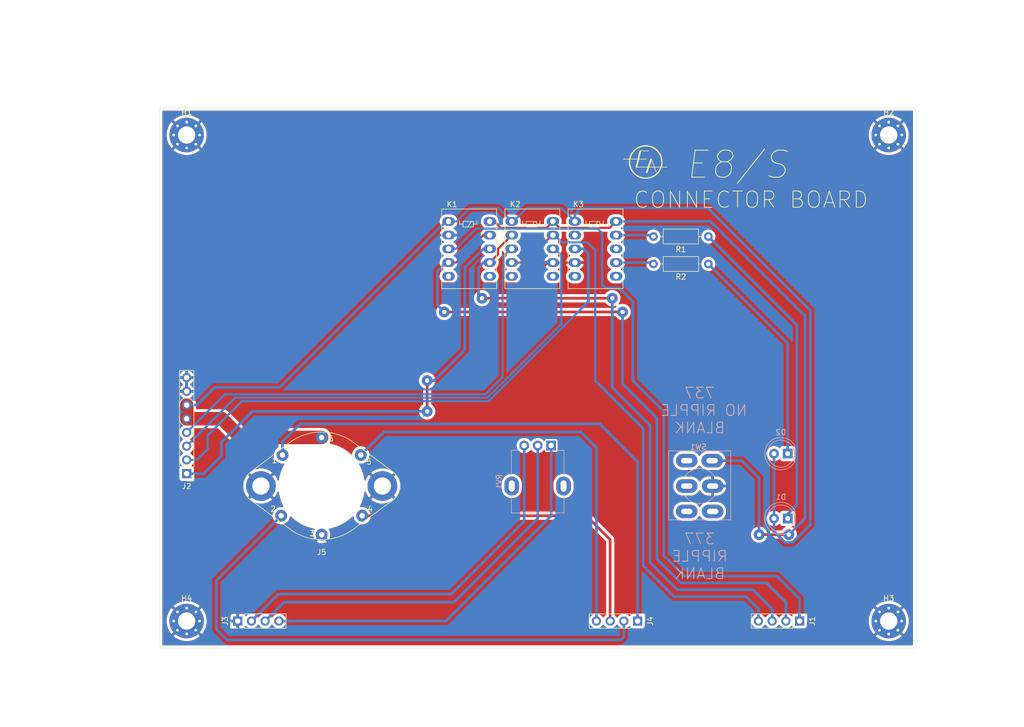
<source format=kicad_pcb>
(kicad_pcb (version 20211014) (generator pcbnew)
  (layers (0 "F.Cu" signal) (31 "B.Cu" signal) (34 "B.Paste" user) (35 "F.Paste" user) (36 "B.SilkS" user "B.Silkscreen") (37 "F.SilkS" user "F.Silkscreen") (38 "B.Mask" user) (39 "F.Mask" user) (44 "Edge.Cuts" user))
  (net 0 "")
  (net 1 "+5V")
  (net 2 "Net-(D1-Pad1)")
  (net 3 "Net-(D2-Pad1)")
  (net 4 "OH")
  (net 5 "OG")
  (net 6 "OF")
  (net 7 "A2B")
  (net 8 "GND")
  (net 9 "A1C")
  (net 10 "A2C")
  (net 11 "~{RBI}")
  (net 12 "A0C")
  (net 13 "Net-(J3-Pad3)")
  (net 14 "Net-(J3-Pad2)")
  (net 15 "~{FLAG_RESET}")
  (net 16 "~{FLAG}")
  (net 17 "~{DATA}")
  (net 18 "~{CLOCK}")
  (net 19 "Net-(K3-Pad9)")
  (net 20 "Net-(SW1-Pad1)")
  (net 21 "Net-(J3-Pad4)")
  (net 22 "Net-(K1-Pad10)")
  (net 23 "Net-(K3-Pad7)")
  (net 24 "Net-(K3-Pad2)")
  (footprint "Connector_PinHeader_2.54mm:PinHeader_1x04_P2.54mm_Vertical" (layer "F.Cu") (at 178.5 135 -90)
    (fp_text reference "J1" (at 0 -2.33 90) (layer "F.SilkS"))
    (fp_text value "Conn_01x04_Male")
    (fp_line (start -1.33 0) (end -1.33 -1.33) (layer "F.SilkS") (width 0.12))
    (fp_line (start -1.33 1.27) (end 1.33 1.27) (layer "F.SilkS") (width 0.12))
    (fp_line (start -1.33 -1.33) (end 0 -1.33) (layer "F.SilkS") (width 0.12))
    (fp_line (start -1.33 1.27) (end -1.33 8.95) (layer "F.SilkS") (width 0.12))
    (fp_line (start -1.33 8.95) (end 1.33 8.95) (layer "F.SilkS") (width 0.12))
    (fp_line (start 1.33 1.27) (end 1.33 8.95) (layer "F.SilkS") (width 0.12))
    (pad "1" thru_hole rect locked (at 0 0 270) (size 1.7 1.7) (drill 1) (layers *.Cu *.Mask) (net 7 "A2B"))
    (pad "2" thru_hole oval locked (at 0 2.54 270) (size 1.7 1.7) (drill 1) (layers *.Cu *.Mask) (net 6 "OF"))
    (pad "3" thru_hole oval locked (at 0 5.08 270) (size 1.7 1.7) (drill 1) (layers *.Cu *.Mask) (net 5 "OG"))
    (pad "4" thru_hole oval locked (at 0 7.62 270) (size 1.7 1.7) (drill 1) (layers *.Cu *.Mask) (net 4 "OH"))
  )
  (footprint "Connector_PinHeader_2.54mm:PinHeader_1x08_P2.54mm_Vertical" (layer "F.Cu") (at 65 107.7 180)
    (fp_text reference "J2" (at 0 -2.33) (layer "F.SilkS"))
    (fp_text value "Conn_01x08_Male")
    (fp_line (start 1.33 1.27) (end 1.33 19.11) (layer "F.SilkS") (width 0.12))
    (fp_line (start -1.33 19.11) (end 1.33 19.11) (layer "F.SilkS") (width 0.12))
    (fp_line (start -1.33 0) (end -1.33 -1.33) (layer "F.SilkS") (width 0.12))
    (fp_line (start -1.33 1.27) (end -1.33 19.11) (layer "F.SilkS") (width 0.12))
    (fp_line (start -1.33 -1.33) (end 0 -1.33) (layer "F.SilkS") (width 0.12))
    (fp_line (start -1.33 1.27) (end 1.33 1.27) (layer "F.SilkS") (width 0.12))
    (pad "1" thru_hole rect locked (at 0 0 180) (size 1.7 1.7) (drill 1) (layers *.Cu *.Mask) (net 12 "A0C"))
    (pad "2" thru_hole oval locked (at 0 2.54 180) (size 1.7 1.7) (drill 1) (layers *.Cu *.Mask) (net 11 "~{RBI}"))
    (pad "3" thru_hole oval locked (at 0 5.08 180) (size 1.7 1.7) (drill 1) (layers *.Cu *.Mask) (net 10 "A2C"))
    (pad "4" thru_hole oval locked (at 0 7.62 180) (size 1.7 1.7) (drill 1) (layers *.Cu *.Mask) (net 9 "A1C"))
    (pad "5" thru_hole oval locked (at 0 10.16 180) (size 1.7 1.7) (drill 1) (layers *.Cu *.Mask) (net 1 "+5V"))
    (pad "6" thru_hole oval locked (at 0 12.7 180) (size 1.7 1.7) (drill 1) (layers *.Cu *.Mask) (net 1 "+5V"))
    (pad "7" thru_hole oval locked (at 0 15.24 180) (size 1.7 1.7) (drill 1) (layers *.Cu *.Mask) (net 8 "GND"))
    (pad "8" thru_hole oval locked (at 0 17.78 180) (size 1.7 1.7) (drill 1) (layers *.Cu *.Mask) (net 8 "GND"))
  )
  (footprint "Connector_PinHeader_2.54mm:PinHeader_1x04_P2.54mm_Vertical" (layer "F.Cu") (at 74.46 135 90)
    (fp_text reference "J3" (at 0 -2.33 90) (layer "F.SilkS"))
    (fp_text value "Conn_01x04_Male")
    (fp_line (start -1.33 -1.33) (end 0 -1.33) (layer "F.SilkS") (width 0.12))
    (fp_line (start -1.33 1.27) (end 1.33 1.27) (layer "F.SilkS") (width 0.12))
    (fp_line (start 1.33 1.27) (end 1.33 8.95) (layer "F.SilkS") (width 0.12))
    (fp_line (start -1.33 1.27) (end -1.33 8.95) (layer "F.SilkS") (width 0.12))
    (fp_line (start -1.33 8.95) (end 1.33 8.95) (layer "F.SilkS") (width 0.12))
    (fp_line (start -1.33 0) (end -1.33 -1.33) (layer "F.SilkS") (width 0.12))
    (pad "1" thru_hole rect locked (at 0 0 90) (size 1.7 1.7) (drill 1) (layers *.Cu *.Mask) (net 8 "GND"))
    (pad "2" thru_hole oval locked (at 0 2.54 90) (size 1.7 1.7) (drill 1) (layers *.Cu *.Mask) (net 14 "Net-(J3-Pad2)"))
    (pad "3" thru_hole oval locked (at 0 5.08 90) (size 1.7 1.7) (drill 1) (layers *.Cu *.Mask) (net 13 "Net-(J3-Pad3)"))
    (pad "4" thru_hole oval locked (at 0 7.62 90) (size 1.7 1.7) (drill 1) (layers *.Cu *.Mask) (net 21 "Net-(J3-Pad4)"))
  )
  (footprint "Connector_PinHeader_2.54mm:PinHeader_1x04_P2.54mm_Vertical" (layer "F.Cu") (at 148.5 135 -90)
    (fp_text reference "J4" (at 0 -2.33 90) (layer "F.SilkS"))
    (fp_text value "Conn_01x04_Male")
    (fp_line (start -1.33 8.95) (end 1.33 8.95) (layer "F.SilkS") (width 0.12))
    (fp_line (start -1.33 1.27) (end 1.33 1.27) (layer "F.SilkS") (width 0.12))
    (fp_line (start -1.33 1.27) (end -1.33 8.95) (layer "F.SilkS") (width 0.12))
    (fp_line (start -1.33 0) (end -1.33 -1.33) (layer "F.SilkS") (width 0.12))
    (fp_line (start 1.33 1.27) (end 1.33 8.95) (layer "F.SilkS") (width 0.12))
    (fp_line (start -1.33 -1.33) (end 0 -1.33) (layer "F.SilkS") (width 0.12))
    (pad "1" thru_hole rect locked (at 0 0 270) (size 1.7 1.7) (drill 1) (layers *.Cu *.Mask) (net 18 "~{CLOCK}"))
    (pad "2" thru_hole oval locked (at 0 2.54 270) (size 1.7 1.7) (drill 1) (layers *.Cu *.Mask) (net 17 "~{DATA}"))
    (pad "3" thru_hole oval locked (at 0 5.08 270) (size 1.7 1.7) (drill 1) (layers *.Cu *.Mask) (net 16 "~{FLAG}"))
    (pad "4" thru_hole oval locked (at 0 7.62 270) (size 1.7 1.7) (drill 1) (layers *.Cu *.Mask) (net 15 "~{FLAG_RESET}"))
  )
  (footprint "Resistor_THT:R_Axial_DIN0207_L6.3mm_D2.5mm_P10.16mm_Horizontal" (layer "F.Cu") (at 161.6 63.8 180)
    (fp_text reference "R1" (at 5.08 -2.37) (layer "F.SilkS"))
    (fp_text value "R")
    (fp_line (start 1.04 0) (end 1.81 0) (layer "F.SilkS") (width 0.12))
    (fp_line (start 8.35 -1.37) (end 1.81 -1.37) (layer "F.SilkS") (width 0.12))
    (fp_line (start 9.12 0) (end 8.35 0) (layer "F.SilkS") (width 0.12))
    (fp_line (start 8.35 1.37) (end 8.35 -1.37) (layer "F.SilkS") (width 0.12))
    (fp_line (start 1.81 -1.37) (end 1.81 1.37) (layer "F.SilkS") (width 0.12))
    (fp_line (start 1.81 1.37) (end 8.35 1.37) (layer "F.SilkS") (width 0.12))
    (pad "1" thru_hole circle locked (at 0 0 180) (size 1.6 1.6) (drill 0.8) (layers *.Cu *.Mask) (net 2 "Net-(D1-Pad1)"))
    (pad "2" thru_hole oval locked (at 10.16 0 180) (size 1.6 1.6) (drill 0.8) (layers *.Cu *.Mask) (net 19 "Net-(K3-Pad9)"))
  )
  (footprint "Resistor_THT:R_Axial_DIN0207_L6.3mm_D2.5mm_P10.16mm_Horizontal" (layer "F.Cu") (at 161.6 68.88 180)
    (fp_text reference "R2" (at 5.08 -2.37) (layer "F.SilkS"))
    (fp_text value "R")
    (fp_line (start 1.81 -1.37) (end 1.81 1.37) (layer "F.SilkS") (width 0.12))
    (fp_line (start 8.35 -1.37) (end 1.81 -1.37) (layer "F.SilkS") (width 0.12))
    (fp_line (start 1.81 1.37) (end 8.35 1.37) (layer "F.SilkS") (width 0.12))
    (fp_line (start 8.35 1.37) (end 8.35 -1.37) (layer "F.SilkS") (width 0.12))
    (fp_line (start 9.12 0) (end 8.35 0) (layer "F.SilkS") (width 0.12))
    (fp_line (start 1.04 0) (end 1.81 0) (layer "F.SilkS") (width 0.12))
    (pad "1" thru_hole circle locked (at 0 0 180) (size 1.6 1.6) (drill 0.8) (layers *.Cu *.Mask) (net 3 "Net-(D2-Pad1)"))
    (pad "2" thru_hole oval locked (at 10.16 0 180) (size 1.6 1.6) (drill 0.8) (layers *.Cu *.Mask) (net 23 "Net-(K3-Pad7)"))
  )
  (footprint "Relay_THT:Relay_DPDT_FRT5" (layer "F.Cu") (at 113.5 61)
    (fp_text reference "K1" (at 0.635 -3.175) (layer "F.SilkS"))
    (fp_text value "FRT5")
    (fp_line (start 4.597 0) (end 4.597 1.016) (layer "F.SilkS") (width 0.12))
    (fp_line (start 4.216 0) (end 3.581 1.016) (layer "F.SilkS") (width 0.12))
    (fp_line (start 2.692 1.016) (end 4.597 1.016) (layer "F.SilkS") (width 0.12))
    (fp_line (start 8.89 12.446) (end -1.27 12.446) (layer "F.SilkS") (width 0.12))
    (fp_line (start -1.27 -2.286) (end 8.89 -2.286) (layer "F.SilkS") (width 0.12))
    (fp_line (start 5.232 0.508) (end 4.597 0.508) (layer "F.SilkS") (width 0.12))
    (fp_line (start 4.597 0) (end 2.692 0) (layer "F.SilkS") (width 0.12))
    (fp_line (start 8.89 -2.286) (end 8.89 12.446) (layer "F.SilkS") (width 0.12))
    (fp_line (start -1.27 12.446) (end -1.27 -2.286) (layer "F.SilkS") (width 0.12))
    (fp_line (start 2.692 0) (end 2.692 1.016) (layer "F.SilkS") (width 0.12))
    (fp_line (start 2.032 -0.127) (end 2.032 0.508) (layer "F.SilkS") (width 0.12))
    (fp_line (start 2.032 0.508) (end 2.692 0.508) (layer "F.SilkS") (width 0.12))
    (fp_line (start 5.232 -0.127) (end 5.232 0.508) (layer "F.SilkS") (width 0.12))
    (pad "1" thru_hole oval locked (at 0 0) (size 2.3 1.6) (drill 1) (layers *.Cu *.Mask) (net 1 "+5V"))
    (pad "2" thru_hole oval locked (at 0 2.54) (size 2.3 1.6) (drill 1) (layers *.Cu *.Mask) (net 8 "GND"))
    (pad "3" thru_hole oval locked (at 0 5.08) (size 2.3 1.6) (drill 1) (layers *.Cu *.Mask) (net 7 "A2B"))
    (pad "4" thru_hole oval locked (at 0 7.62) (size 2.3 1.6) (drill 1) (layers *.Cu *.Mask) (net 6 "OF"))
    (pad "5" thru_hole oval locked (at 0 10.16) (size 2.3 1.6) (drill 1) (layers *.Cu *.Mask))
    (pad "6" thru_hole oval locked (at 7.62 10.16) (size 2.3 1.6) (drill 1) (layers *.Cu *.Mask))
    (pad "7" thru_hole oval locked (at 7.62 7.62) (size 2.3 1.6) (drill 1) (layers *.Cu *.Mask) (net 5 "OG"))
    (pad "8" thru_hole oval locked (at 7.62 5.08) (size 2.3 1.6) (drill 1) (layers *.Cu *.Mask) (net 12 "A0C"))
    (pad "9" thru_hole oval locked (at 7.62 2.54) (size 2.3 1.6) (drill 1) (layers *.Cu *.Mask) (net 6 "OF"))
    (pad "10" thru_hole oval locked (at 7.62 0) (size 2.3 1.6) (drill 1) (layers *.Cu *.Mask) (net 22 "Net-(K1-Pad10)"))
  )
  (footprint "Relay_THT:Relay_DPDT_FRT5" (layer "F.Cu") (at 125.2 61)
    (fp_text reference "K2" (at 0.635 -3.175) (layer "F.SilkS"))
    (fp_text value "FRT5")
    (fp_line (start 4.597 0) (end 2.692 0) (layer "F.SilkS") (width 0.12))
    (fp_line (start 2.692 0) (end 2.692 1.016) (layer "F.SilkS") (width 0.12))
    (fp_line (start 8.89 12.446) (end -1.27 12.446) (layer "F.SilkS") (width 0.12))
    (fp_line (start 8.89 -2.286) (end 8.89 12.446) (layer "F.SilkS") (width 0.12))
    (fp_line (start 4.216 0) (end 3.581 1.016) (layer "F.SilkS") (width 0.12))
    (fp_line (start 5.232 -0.127) (end 5.232 0.508) (layer "F.SilkS") (width 0.12))
    (fp_line (start 5.232 0.508) (end 4.597 0.508) (layer "F.SilkS") (width 0.12))
    (fp_line (start 2.032 0.508) (end 2.692 0.508) (layer "F.SilkS") (width 0.12))
    (fp_line (start 2.692 1.016) (end 4.597 1.016) (layer "F.SilkS") (width 0.12))
    (fp_line (start -1.27 12.446) (end -1.27 -2.286) (layer "F.SilkS") (width 0.12))
    (fp_line (start -1.27 -2.286) (end 8.89 -2.286) (layer "F.SilkS") (width 0.12))
    (fp_line (start 2.032 -0.127) (end 2.032 0.508) (layer "F.SilkS") (width 0.12))
    (fp_line (start 4.597 0) (end 4.597 1.016) (layer "F.SilkS") (width 0.12))
    (pad "1" thru_hole oval locked (at 0 0) (size 2.3 1.6) (drill 1) (layers *.Cu *.Mask) (net 1 "+5V"))
    (pad "2" thru_hole oval locked (at 0 2.54) (size 2.3 1.6) (drill 1) (layers *.Cu *.Mask) (net 5 "OG"))
    (pad "3" thru_hole oval locked (at 0 5.08) (size 2.3 1.6) (drill 1) (layers *.Cu *.Mask) (net 9 "A1C"))
    (pad "4" thru_hole oval locked (at 0 7.62) (size 2.3 1.6) (drill 1) (layers *.Cu *.Mask) (net 4 "OH"))
    (pad "5" thru_hole oval locked (at 0 10.16) (size 2.3 1.6) (drill 1) (layers *.Cu *.Mask))
    (pad "6" thru_hole oval locked (at 7.62 10.16) (size 2.3 1.6) (drill 1) (layers *.Cu *.Mask))
    (pad "7" thru_hole oval locked (at 7.62 7.62) (size 2.3 1.6) (drill 1) (layers *.Cu *.Mask) (net 8 "GND"))
    (pad "8" thru_hole oval locked (at 7.62 5.08) (size 2.3 1.6) (drill 1) (layers *.Cu *.Mask) (net 10 "A2C"))
    (pad "9" thru_hole oval locked (at 7.62 2.54) (size 2.3 1.6) (drill 1) (layers *.Cu *.Mask) (net 4 "OH"))
    (pad "10" thru_hole oval locked (at 7.62 0) (size 2.3 1.6) (drill 1) (layers *.Cu *.Mask) (net 22 "Net-(K1-Pad10)"))
  )
  (footprint "Relay_THT:Relay_DPDT_FRT5" (layer "F.Cu") (at 136.9 61)
    (fp_text reference "K3" (at 0.635 -3.175) (layer "F.SilkS"))
    (fp_text value "FRT5")
    (fp_line (start 2.032 -0.127) (end 2.032 0.508) (layer "F.SilkS") (width 0.12))
    (fp_line (start -1.27 12.446) (end -1.27 -2.286) (layer "F.SilkS") (width 0.12))
    (fp_line (start 2.692 0) (end 2.692 1.016) (layer "F.SilkS") (width 0.12))
    (fp_line (start 4.597 0) (end 2.692 0) (layer "F.SilkS") (width 0.12))
    (fp_line (start 8.89 12.446) (end -1.27 12.446) (layer "F.SilkS") (width 0.12))
    (fp_line (start 2.692 1.016) (end 4.597 1.016) (layer "F.SilkS") (width 0.12))
    (fp_line (start 5.232 -0.127) (end 5.232 0.508) (layer "F.SilkS") (width 0.12))
    (fp_line (start 4.597 0) (end 4.597 1.016) (layer "F.SilkS") (width 0.12))
    (fp_line (start 5.232 0.508) (end 4.597 0.508) (layer "F.SilkS") (width 0.12))
    (fp_line (start 2.032 0.508) (end 2.692 0.508) (layer "F.SilkS") (width 0.12))
    (fp_line (start -1.27 -2.286) (end 8.89 -2.286) (layer "F.SilkS") (width 0.12))
    (fp_line (start 8.89 -2.286) (end 8.89 12.446) (layer "F.SilkS") (width 0.12))
    (fp_line (start 4.216 0) (end 3.581 1.016) (layer "F.SilkS") (width 0.12))
    (pad "1" thru_hole oval locked (at 0 0) (size 2.3 1.6) (drill 1) (layers *.Cu *.Mask) (net 1 "+5V"))
    (pad "2" thru_hole oval locked (at 0 2.54) (size 2.3 1.6) (drill 1) (layers *.Cu *.Mask) (net 24 "Net-(K3-Pad2)"))
    (pad "3" thru_hole oval locked (at 0 5.08) (size 2.3 1.6) (drill 1) (layers *.Cu *.Mask) (net 11 "~{RBI}"))
    (pad "4" thru_hole oval locked (at 0 7.62) (size 2.3 1.6) (drill 1) (layers *.Cu *.Mask) (net 8 "GND"))
    (pad "5" thru_hole oval locked (at 0 10.16) (size 2.3 1.6) (drill 1) (layers *.Cu *.Mask))
    (pad "6" thru_hole oval locked (at 7.62 10.16) (size 2.3 1.6) (drill 1) (layers *.Cu *.Mask))
    (pad "7" thru_hole oval locked (at 7.62 7.62) (size 2.3 1.6) (drill 1) (layers *.Cu *.Mask) (net 23 "Net-(K3-Pad7)"))
    (pad "8" thru_hole oval locked (at 7.62 5.08) (size 2.3 1.6) (drill 1) (layers *.Cu *.Mask) (net 22 "Net-(K1-Pad10)"))
    (pad "9" thru_hole oval locked (at 7.62 2.54) (size 2.3 1.6) (drill 1) (layers *.Cu *.Mask) (net 19 "Net-(K3-Pad9)"))
    (pad "10" thru_hole oval locked (at 7.62 0) (size 2.3 1.6) (drill 1) (layers *.Cu *.Mask) (net 22 "Net-(K1-Pad10)"))
  )
  (footprint "EDUC-8:6_PIN_DIN_SOCKET" (layer "F.Cu") (at 90 110 180)
    (fp_text reference "J5" (at 0 -12.25) (layer "F.SilkS"))
    (fp_text value "DIN-6_SH")
    (fp_text user "1" (at 8.75 4.75) (layer "F.SilkS"))
    (fp_text user "6" (at -1.75 8.75) (layer "F.SilkS"))
    (fp_text user "4" (at -9 -4.25) (layer "F.SilkS"))
    (fp_text user "5" (at -8.75 4.5) (layer "F.SilkS"))
    (fp_text user "3" (at 1.75 -8.75) (layer "F.SilkS"))
    (fp_text user "2" (at 9 -4.25) (layer "F.SilkS"))
    (fp_line (start -13.314103 2.522792) (end -6 8) (layer "F.SilkS") (width 0.12))
    (fp_line (start 12.968839 -2.701033) (end 5.5 -8.25) (layer "F.SilkS") (width 0.12))
    (fp_line (start -13 -2.75) (end -5.560959 -8.209034) (layer "F.SilkS") (width 0.12))
    (fp_line (start 6 8) (end 13.25 2.5) (layer "F.SilkS") (width 0.12))
    (fp_arc (start 12.968839 -2.701033) (mid 14.446892 -0.172819) (end 13.249999 2.499999) (layer "F.SilkS") (width 0.12))
    (fp_arc (start 6 8) (mid 0 10) (end -6 8) (layer "F.SilkS") (width 0.12))
    (fp_arc (start -13.314103 2.522792) (mid -14.503833 -0.193833) (end -13 -2.75) (layer "F.SilkS") (width 0.12))
    (fp_arc (start -5.560959 -8.209034) (mid -0.036723 -9.915198) (end 5.5 -8.25) (layer "F.SilkS") (width 0.12))
    (pad "" np_thru_hole circle locked (at 0 0 180) (size 15 15) (drill 15) (layers *.Cu *.Mask))
    (pad "0" thru_hole circle locked (at -11.25 0 180) (size 5.5 5.5) (drill 3.2) (layers *.Cu *.Mask) (net 8 "GND"))
    (pad "0" thru_hole circle locked (at 11.25 0 180) (size 5.5 5.5) (drill 3.2) (layers *.Cu *.Mask) (net 8 "GND"))
    (pad "1" thru_hole circle locked (at 7.25 5.75 180) (size 2.2 2.2) (drill 1) (layers *.Cu *.Mask) (net 18 "~{CLOCK}"))
    (pad "2" thru_hole circle locked (at 7.5 -5.5 180) (size 2.2 2.2) (drill 1) (layers *.Cu *.Mask) (net 17 "~{DATA}"))
    (pad "3" thru_hole circle locked (at 0 -9 180) (size 2.2 2.2) (drill 1) (layers *.Cu *.Mask) (net 8 "GND"))
    (pad "4" thru_hole circle locked (at -7.5 -5.5 180) (size 2.2 2.2) (drill 1) (layers *.Cu *.Mask) (net 16 "~{FLAG}"))
    (pad "5" thru_hole circle locked (at -7.25 5.75 180) (size 2.2 2.2) (drill 1) (layers *.Cu *.Mask) (net 15 "~{FLAG_RESET}"))
    (pad "6" thru_hole circle locked (at 0 9 180) (size 2.2 2.2) (drill 1) (layers *.Cu *.Mask) (net 1 "+5V"))
  )
  (footprint "MountingHole:MountingHole_3.2mm_M3_Pad_Via" (layer "F.Cu") (at 65 45)
    (fp_text reference "H1" (at 0 -4.2) (layer "F.SilkS"))
    (fp_text value "MountingHole_Pad")
    (pad "1" thru_hole circle locked (at -1.697056 -1.697056) (size 0.8 0.8) (drill 0.5) (layers *.Cu *.Mask) (net 8 "GND"))
    (pad "1" thru_hole circle locked (at -2.4 0) (size 0.8 0.8) (drill 0.5) (layers *.Cu *.Mask) (net 8 "GND"))
    (pad "1" thru_hole circle locked (at 0 2.4) (size 0.8 0.8) (drill 0.5) (layers *.Cu *.Mask) (net 8 "GND"))
    (pad "1" thru_hole circle locked (at 0 -2.4) (size 0.8 0.8) (drill 0.5) (layers *.Cu *.Mask) (net 8 "GND"))
    (pad "1" thru_hole circle locked (at 0 0) (size 6.4 6.4) (drill 3.2) (layers *.Cu *.Mask) (net 8 "GND"))
    (pad "1" thru_hole circle locked (at -1.697056 1.697056) (size 0.8 0.8) (drill 0.5) (layers *.Cu *.Mask) (net 8 "GND"))
    (pad "1" thru_hole circle locked (at 2.4 0) (size 0.8 0.8) (drill 0.5) (layers *.Cu *.Mask) (net 8 "GND"))
    (pad "1" thru_hole circle locked (at 1.697056 1.697056) (size 0.8 0.8) (drill 0.5) (layers *.Cu *.Mask) (net 8 "GND"))
    (pad "1" thru_hole circle locked (at 1.697056 -1.697056) (size 0.8 0.8) (drill 0.5) (layers *.Cu *.Mask) (net 8 "GND"))
  )
  (footprint "MountingHole:MountingHole_3.2mm_M3_Pad_Via" (layer "F.Cu") (at 195 45)
    (fp_text reference "H2" (at 0 -4.2) (layer "F.SilkS"))
    (fp_text value "MountingHole_Pad")
    (pad "1" thru_hole circle locked (at -2.4 0) (size 0.8 0.8) (drill 0.5) (layers *.Cu *.Mask) (net 8 "GND"))
    (pad "1" thru_hole circle locked (at -1.697056 1.697056) (size 0.8 0.8) (drill 0.5) (layers *.Cu *.Mask) (net 8 "GND"))
    (pad "1" thru_hole circle locked (at -1.697056 -1.697056) (size 0.8 0.8) (drill 0.5) (layers *.Cu *.Mask) (net 8 "GND"))
    (pad "1" thru_hole circle locked (at 0 2.4) (size 0.8 0.8) (drill 0.5) (layers *.Cu *.Mask) (net 8 "GND"))
    (pad "1" thru_hole circle locked (at 0 -2.4) (size 0.8 0.8) (drill 0.5) (layers *.Cu *.Mask) (net 8 "GND"))
    (pad "1" thru_hole circle locked (at 1.697056 1.697056) (size 0.8 0.8) (drill 0.5) (layers *.Cu *.Mask) (net 8 "GND"))
    (pad "1" thru_hole circle locked (at 0 0) (size 6.4 6.4) (drill 3.2) (layers *.Cu *.Mask) (net 8 "GND"))
    (pad "1" thru_hole circle locked (at 1.697056 -1.697056) (size 0.8 0.8) (drill 0.5) (layers *.Cu *.Mask) (net 8 "GND"))
    (pad "1" thru_hole circle locked (at 2.4 0) (size 0.8 0.8) (drill 0.5) (layers *.Cu *.Mask) (net 8 "GND"))
  )
  (footprint "MountingHole:MountingHole_3.2mm_M3_Pad_Via" (layer "F.Cu") (at 195 135)
    (fp_text reference "H3" (at 0 -4.2) (layer "F.SilkS"))
    (fp_text value "MountingHole_Pad")
    (pad "1" thru_hole circle locked (at 2.4 0) (size 0.8 0.8) (drill 0.5) (layers *.Cu *.Mask) (net 8 "GND"))
    (pad "1" thru_hole circle locked (at -1.697056 1.697056) (size 0.8 0.8) (drill 0.5) (layers *.Cu *.Mask) (net 8 "GND"))
    (pad "1" thru_hole circle locked (at 0 -2.4) (size 0.8 0.8) (drill 0.5) (layers *.Cu *.Mask) (net 8 "GND"))
    (pad "1" thru_hole circle locked (at 1.697056 1.697056) (size 0.8 0.8) (drill 0.5) (layers *.Cu *.Mask) (net 8 "GND"))
    (pad "1" thru_hole circle locked (at -1.697056 -1.697056) (size 0.8 0.8) (drill 0.5) (layers *.Cu *.Mask) (net 8 "GND"))
    (pad "1" thru_hole circle locked (at -2.4 0) (size 0.8 0.8) (drill 0.5) (layers *.Cu *.Mask) (net 8 "GND"))
    (pad "1" thru_hole circle locked (at 0 2.4) (size 0.8 0.8) (drill 0.5) (layers *.Cu *.Mask) (net 8 "GND"))
    (pad "1" thru_hole circle locked (at 1.697056 -1.697056) (size 0.8 0.8) (drill 0.5) (layers *.Cu *.Mask) (net 8 "GND"))
    (pad "1" thru_hole circle locked (at 0 0) (size 6.4 6.4) (drill 3.2) (layers *.Cu *.Mask) (net 8 "GND"))
  )
  (footprint "MountingHole:MountingHole_3.2mm_M3_Pad_Via" (layer "F.Cu") (at 65 135)
    (fp_text reference "H4" (at 0 -4.2) (layer "F.SilkS"))
    (fp_text value "MountingHole_Pad")
    (pad "1" thru_hole circle locked (at 1.697056 1.697056) (size 0.8 0.8) (drill 0.5) (layers *.Cu *.Mask) (net 8 "GND"))
    (pad "1" thru_hole circle locked (at 0 0) (size 6.4 6.4) (drill 3.2) (layers *.Cu *.Mask) (net 8 "GND"))
    (pad "1" thru_hole circle locked (at 1.697056 -1.697056) (size 0.8 0.8) (drill 0.5) (layers *.Cu *.Mask) (net 8 "GND"))
    (pad "1" thru_hole circle locked (at -1.697056 -1.697056) (size 0.8 0.8) (drill 0.5) (layers *.Cu *.Mask) (net 8 "GND"))
    (pad "1" thru_hole circle locked (at -2.4 0) (size 0.8 0.8) (drill 0.5) (layers *.Cu *.Mask) (net 8 "GND"))
    (pad "1" thru_hole circle locked (at 0 -2.4) (size 0.8 0.8) (drill 0.5) (layers *.Cu *.Mask) (net 8 "GND"))
    (pad "1" thru_hole circle locked (at 0 2.4) (size 0.8 0.8) (drill 0.5) (layers *.Cu *.Mask) (net 8 "GND"))
    (pad "1" thru_hole circle locked (at -1.697056 1.697056) (size 0.8 0.8) (drill 0.5) (layers *.Cu *.Mask) (net 8 "GND"))
    (pad "1" thru_hole circle locked (at 2.4 0) (size 0.8 0.8) (drill 0.5) (layers *.Cu *.Mask) (net 8 "GND"))
  )
  (footprint "EDUC-8:EA_Symbol" (layer "F.Cu") (at 150 50)
    (fp_text reference "REF**" hide)
    (fp_text value "EA_Symbol" hide)
    (fp_line (start -1.75 0.95) (end 3.95 0.95) (layer "F.SilkS") (width 0.12))
    (fp_line (start -4.09 -0.53) (end 0.11 -0.53) (layer "F.SilkS") (width 0.12))
    (fp_line (start -1 -2) (end -1.7 0.9) (layer "F.SilkS") (width 0.3))
    (fp_line (start 1 -0.5) (end 0.2 1.9) (layer "F.SilkS") (width 0.3))
    (fp_line (start -1.04 -2.07) (end 0.57 -2.07) (layer "F.SilkS") (width 0.12))
    (fp_line (start 1.04 -0.51) (end 2 1.96) (layer "F.SilkS") (width 0.12))
    (fp_circle (center 0 0) (end 3 0) (layer "F.SilkS") (width 0.24) (fill none))
  )
  (footprint "LED_THT:LED_D5.0mm" (layer "B.Cu") (at 176.3 104 180)
    (fp_text reference "D2" (at 1.27 3.96) (layer "B.SilkS") (effects (justify mirror)))
    (fp_text value "737")
    (fp_line (start -1.29 1.545) (end -1.29 -1.545) (layer "B.SilkS") (width 0.12))
    (fp_arc (start -1.29 -1.54483) (mid 2.072002 -2.880433) (end 4.26 0.000462) (layer "B.SilkS") (width 0.12))
    (fp_arc (start 4.26 -0.000462) (mid 2.072002 2.880433) (end -1.29 1.54483) (layer "B.SilkS") (width 0.12))
    (fp_circle (center 1.27 0) (end 3.77 0) (layer "B.SilkS") (width 0.12) (fill none))
    (pad "1" thru_hole rect locked (at 0 0 180) (size 1.8 1.8) (drill 0.9) (layers *.Cu *.Mask) (net 3 "Net-(D2-Pad1)"))
    (pad "2" thru_hole circle locked (at 2.54 0 180) (size 1.8 1.8) (drill 0.9) (layers *.Cu *.Mask) (net 1 "+5V"))
  )
  (footprint "dBSound_library:DPDT_toggle_switch_wired" (layer "B.Cu") (at 160 110 180)
    (fp_text reference "SW1" (at 0.25 7.25) (layer "B.SilkS") (effects (justify mirror)))
    (fp_text value "SW_DPDT_x2")
    (fp_line (start 0 -6.25) (end 5.75 -6.25) (layer "B.SilkS") (width 0.12))
    (fp_line (start -5.75 -6.25) (end 0 -6.25) (layer "B.SilkS") (width 0.12))
    (fp_line (start -5.75 5.25) (end -5.75 -6.25) (layer "B.SilkS") (width 0.12))
    (fp_line (start 5.75 6.5) (end -5.75 6.5) (layer "B.SilkS") (width 0.12))
    (fp_line (start 5.75 -6.25) (end 5.75 6.5) (layer "B.SilkS") (width 0.12))
    (fp_line (start -5.75 6.5) (end -5.75 5.25) (layer "B.SilkS") (width 0.12))
    (fp_arc (start 2.749999 1.749999) (mid 0.034671 3.259415) (end -2.712151 1.808101) (layer "B.SilkS") (width 0.12))
    (fp_arc (start -2.749999 -1.749999) (mid -0.034671 -3.259415) (end 2.712151 -1.808101) (layer "B.SilkS") (width 0.12))
    (pad "1" thru_hole oval locked (at -2.4 -4.7 180) (size 4 2.5) (drill oval 2.1 1) (layers *.Cu *.Mask) (net 20 "Net-(SW1-Pad1)"))
    (pad "2" thru_hole oval locked (at -2.4 0 180) (size 4 2.5) (drill oval 2.1 1) (layers *.Cu *.Mask) (net 8 "GND"))
    (pad "3" thru_hole oval locked (at -2.3 4.7 180) (size 4 2.5) (drill oval 2.1 1) (layers *.Cu *.Mask) (net 22 "Net-(K1-Pad10)"))
    (pad "4" thru_hole oval locked (at 2.4 -4.7 180) (size 4 2.5) (drill oval 2.1 1) (layers *.Cu *.Mask))
    (pad "5" thru_hole oval locked (at 2.4 0 180) (size 4 2.5) (drill oval 2.1 1) (layers *.Cu *.Mask))
    (pad "6" thru_hole oval locked (at 2.4 4.7 180) (size 4 2.5) (drill oval 2.1 1) (layers *.Cu *.Mask))
  )
  (footprint "dBSound_library:Potentiometer_Alpha_RD901F-40-00D_Single_Vertical" (layer "B.Cu") (at 127.5 102.5 -90)
    (fp_text reference "RV1" (at 6.71 4.64 90) (layer "B.SilkS") (effects (justify mirror)))
    (fp_text value "R_POT")
    (fp_line (start 0.88 -4.16) (end 0.88 -3.33) (layer "B.SilkS") (width 0.12))
    (fp_line (start 0.88 -7.37) (end 5.6 -7.37) (layer "B.SilkS") (width 0.12))
    (fp_line (start 0.88 -7.37) (end 0.88 -5.88) (layer "B.SilkS") (width 0.12))
    (fp_line (start 9.41 2.37) (end 12.47 2.37) (layer "B.SilkS") (width 0.12))
    (fp_line (start 12.47 -7.37) (end 12.47 2.37) (layer "B.SilkS") (width 0.12))
    (fp_line (start 0.88 1.19) (end 0.88 2.37) (layer "B.SilkS") (width 0.12))
    (fp_line (start 0.88 2.38) (end 5.6 2.38) (layer "B.SilkS") (width 0.12))
    (fp_line (start 9.41 -7.37) (end 12.47 -7.37) (layer "B.SilkS") (width 0.12))
    (fp_line (start 0.88 -1.71) (end 0.88 -1.18) (layer "B.SilkS") (width 0.12))
    (pad "0" thru_hole oval locked (at 7.5 -7.3 180) (size 2.72 3.5) (drill oval 1.1 2.1) (layers *.Cu *.Mask))
    (pad "0" thru_hole oval locked (at 7.5 2.3 180) (size 2.72 3.5) (drill oval 1.1 2.1) (layers *.Cu *.Mask))
    (pad "1" thru_hole rect locked (at 0 -5 180) (size 1.8 1.8) (drill 1) (layers *.Cu *.Mask) (net 21 "Net-(J3-Pad4)") (clearance 0.3))
    (pad "2" thru_hole circle locked (at 0 -2.5 180) (size 1.8 1.8) (drill 1) (layers *.Cu *.Mask) (net 13 "Net-(J3-Pad3)"))
    (pad "3" thru_hole circle locked (at 0 0 180) (size 1.8 1.8) (drill 1) (layers *.Cu *.Mask) (net 14 "Net-(J3-Pad2)"))
  )
  (footprint "LED_THT:LED_D5.0mm" (layer "B.Cu") (at 176.3 116 180)
    (fp_text reference "D1" (at 1.27 3.96) (layer "B.SilkS") (effects (justify mirror)))
    (fp_text value "377")
    (fp_line (start -1.29 1.545) (end -1.29 -1.545) (layer "B.SilkS") (width 0.12))
    (fp_arc (start -1.29 -1.54483) (mid 2.072002 -2.880433) (end 4.26 0.000462) (layer "B.SilkS") (width 0.12))
    (fp_arc (start 4.26 -0.000462) (mid 2.072002 2.880433) (end -1.29 1.54483) (layer "B.SilkS") (width 0.12))
    (fp_circle (center 1.27 0) (end 3.77 0) (layer "B.SilkS") (width 0.12) (fill none))
    (pad "1" thru_hole rect locked (at 0 0 180) (size 1.8 1.8) (drill 0.9) (layers *.Cu *.Mask) (net 2 "Net-(D1-Pad1)"))
    (pad "2" thru_hole circle locked (at 2.54 0 180) (size 1.8 1.8) (drill 0.9) (layers *.Cu *.Mask) (net 1 "+5V"))
  )
  (gr_line (start 60 40) (end 60 140) (layer "Edge.Cuts") (width 0.05))
  (gr_line (start 200 140) (end 60 140) (layer "Edge.Cuts") (width 0.05))
  (gr_line (start 60 40) (end 200 40) (layer "Edge.Cuts") (width 0.05))
  (gr_line (start 200 40) (end 200 140) (layer "Edge.Cuts") (width 0.05))
  (gr_text "737\nNO RIPPLE \nBLANK" (at 160 96) (layer "B.SilkS") (effects (font (size 2 2)) (justify mirror)))
  (gr_text "377\nRIPPLE\nBLANK" (at 160 123) (layer "B.SilkS") (effects (font (size 2 2)) (justify mirror)))
  (gr_text "CONNECTOR BOARD" (at 169.5 57) (layer "F.SilkS") (effects (font (size 3 3))))
  (gr_text "E8/S\n" (at 167 50.5) (layer "F.SilkS") (effects (font (size 5 5) (thickness 0.15) italic)))
  (segment (start 75 101) (end 71.54 97.54) (width 2.5) (layer "F.Cu") (net 1))
  (segment (start 90 101) (end 75 101) (width 2.5) (layer "F.Cu") (net 1))
  (segment (start 71.54 97.54) (end 65 97.54) (width 2.5) (layer "F.Cu") (net 1))
  (segment (start 65 95) (end 65 97.54) (width 2.5) (layer "F.Cu") (net 1))
  (segment (start 122.7 58.5) (end 125.2 61) (width 0.4) (layer "B.Cu") (net 1))
  (segment (start 82.225 91.74) (end 70.16 91.74) (width 0.5) (layer "B.Cu") (net 1))
  (segment (start 125.5 61) (end 128 58.5) (width 0.4) (layer "B.Cu") (net 1))
  (segment (start 173.76 104) (end 173.76 116) (width 0.5) (layer "B.Cu") (net 1))
  (segment (start 115 61) (end 117.5 58.5) (width 0.4) (layer "B.Cu") (net 1))
  (segment (start 175.803998 120.450002) (end 173.76 118.406004) (width 0.5) (layer "B.Cu") (net 1))
  (segment (start 128 58.5) (end 134.4 58.5) (width 0.4) (layer "B.Cu") (net 1))
  (segment (start 138.1 58.5) (end 161.5 58.5) (width 0.5) (layer "B.Cu") (net 1))
  (segment (start 177.196002 120.450002) (end 175.803998 120.450002) (width 0.5) (layer "B.Cu") (net 1))
  (segment (start 161.5 58.5) (end 180.5 77.5) (width 0.5) (layer "B.Cu") (net 1))
  (segment (start 173.76 118.406004) (end 173.76 116) (width 0.5) (layer "B.Cu") (net 1))
  (segment (start 113.5 61) (end 115 61) (width 0.4) (layer "B.Cu") (net 1))
  (segment (start 117.5 58.5) (end 122.7 58.5) (width 0.4) (layer "B.Cu") (net 1))
  (segment (start 134.4 58.5) (end 136.9 61) (width 0.4) (layer "B.Cu") (net 1))
  (segment (start 113.5 61) (end 112.965 61) (width 0.5) (layer "B.Cu") (net 1))
  (segment (start 66.9 95) (end 65 95) (width 0.5) (layer "B.Cu") (net 1))
  (segment (start 136.9 61) (end 136.9 59.7) (width 0.5) (layer "B.Cu") (net 1))
  (segment (start 125.2 61) (end 125.5 61) (width 0.4) (layer "B.Cu") (net 1))
  (segment (start 180.5 117.146004) (end 177.196002 120.450002) (width 0.5) (layer "B.Cu") (net 1))
  (segment (start 180.5 77.5) (end 180.5 117.146004) (width 0.5) (layer "B.Cu") (net 1))
  (segment (start 112.965 61) (end 82.225 91.74) (width 0.5) (layer "B.Cu") (net 1))
  (segment (start 136.9 59.7) (end 138.1 58.5) (width 0.5) (layer "B.Cu") (net 1))
  (segment (start 70.16 91.74) (end 66.9 95) (width 0.5) (layer "B.Cu") (net 1))
  (segment (start 176.3 116) (end 176.3 115.2) (width 0.5) (layer "B.Cu") (net 2))
  (segment (start 178 80.2) (end 161.6 63.8) (width 0.5) (layer "B.Cu") (net 2))
  (segment (start 176.3 115.2) (end 178 113.5) (width 0.5) (layer "B.Cu") (net 2))
  (segment (start 178 113.5) (end 178 80.2) (width 0.5) (layer "B.Cu") (net 2))
  (segment (start 176.3 104) (end 176.3 83.58) (width 0.5) (layer "B.Cu") (net 3))
  (segment (start 176.3 83.58) (end 161.6 68.88) (width 0.5) (layer "B.Cu") (net 3))
  (segment (start 125.2 68.62) (end 127.57 68.62) (width 0.4) (layer "F.Cu") (net 4))
  (segment (start 127.57 68.62) (end 132.65 63.54) (width 0.4) (layer "F.Cu") (net 4))
  (segment (start 132.65 63.54) (end 132.82 63.54) (width 0.4) (layer "F.Cu") (net 4))
  (segment (start 170.88 132.77) (end 168.585 130.475) (width 0.5) (layer "B.Cu") (net 4))
  (segment (start 155.25 130.475) (end 149.535 124.76) (width 0.5) (layer "B.Cu") (net 4))
  (segment (start 134.48501 64.87999) (end 138.93001 64.87999) (width 0.4) (layer "B.Cu") (net 4))
  (segment (start 140.645 66.34) (end 140.645 90.47) (width 0.4) (layer "B.Cu") (net 4))
  (segment (start 149.535 99.36) (end 141.28 91.105) (width 0.5) (layer "B.Cu") (net 4))
  (segment (start 140.645 90.47) (end 141.28 91.105) (width 0.4) (layer "B.Cu") (net 4))
  (segment (start 149.535 124.76) (end 149.535 99.36) (width 0.5) (layer "B.Cu") (net 4))
  (segment (start 138.93001 64.87999) (end 139.18499 64.87999) (width 0.4) (layer "B.Cu") (net 4))
  (segment (start 132.82 63.54) (end 133.14502 63.54) (width 0.4) (layer "B.Cu") (net 4))
  (segment (start 170.88 135) (end 170.88 132.77) (width 0.5) (layer "B.Cu") (net 4))
  (segment (start 133.14502 63.54) (end 134.48501 64.87999) (width 0.4) (layer "B.Cu") (net 4))
  (segment (start 139.18499 64.87999) (end 140.645 66.34) (width 0.4) (layer "B.Cu") (net 4))
  (segment (start 168.585 130.475) (end 155.25 130.475) (width 0.5) (layer "B.Cu") (net 4))
  (segment (start 125.2 63.54) (end 122.67001 66.06999) (width 0.4) (layer "F.Cu") (net 5))
  (segment (start 122.67001 66.06999) (end 122.67001 67.06999) (width 0.4) (layer "F.Cu") (net 5))
  (segment (start 122.67001 67.06999) (end 121.12 68.62) (width 0.4) (layer "F.Cu") (net 5))
  (segment (start 143.82 75.23) (end 119.69 75.23) (width 0.5) (layer "F.Cu") (net 5))
  (via (at 119.69 75.23) (size 2) (drill 0.8) (layers "F.Cu" "B.Cu") (net 5))
  (via (at 143.82 75.23) (size 2) (drill 0.8) (layers "F.Cu" "B.Cu") (net 5))
  (segment (start 143.82 75.23) (end 143.82 91.74) (width 0.5) (layer "B.Cu") (net 5))
  (segment (start 150.805 98.725) (end 150.805 124.125) (width 0.5) (layer "B.Cu") (net 5))
  (segment (start 119.95 68.62) (end 119.055 69.515) (width 0.5) (layer "B.Cu") (net 5))
  (segment (start 173.42 132.77) (end 173.42 135) (width 0.5) (layer "B.Cu") (net 5))
  (segment (start 169.855 129.205) (end 173.42 132.77) (width 0.5) (layer "B.Cu") (net 5))
  (segment (start 119.055 74.595) (end 119.055 69.515) (width 0.5) (layer "B.Cu") (net 5))
  (segment (start 155.885 129.205) (end 169.855 129.205) (width 0.5) (layer "B.Cu") (net 5))
  (segment (start 119.69 75.23) (end 119.055 74.595) (width 0.5) (layer "B.Cu") (net 5))
  (segment (start 150.805 124.125) (end 155.885 129.205) (width 0.5) (layer "B.Cu") (net 5))
  (segment (start 121.12 68.62) (end 119.95 68.62) (width 0.5) (layer "B.Cu") (net 5))
  (segment (start 143.82 91.74) (end 150.805 98.725) (width 0.5) (layer "B.Cu") (net 5))
  (segment (start 114.87 68.62) (end 113.5 68.62) (width 0.4) (layer "F.Cu") (net 6))
  (segment (start 119.95 63.54) (end 114.87 68.62) (width 0.4) (layer "F.Cu") (net 6))
  (segment (start 121.12 63.54) (end 119.95 63.54) (width 0.4) (layer "F.Cu") (net 6))
  (segment (start 145.725 77.77) (end 112.705 77.77) (width 0.5) (layer "F.Cu") (net 6))
  (via (at 145.725 77.77) (size 2) (drill 0.8) (layers "F.Cu" "B.Cu") (net 6))
  (via (at 112.705 77.77) (size 2) (drill 0.8) (layers "F.Cu" "B.Cu") (net 6))
  (segment (start 111.435 76.5) (end 111.435 70.15) (width 0.5) (layer "B.Cu") (net 6))
  (segment (start 112.965 68.62) (end 111.435 70.15) (width 0.5) (layer "B.Cu") (net 6))
  (segment (start 175.96 135) (end 175.96 131.5) (width 0.5) (layer "B.Cu") (net 6))
  (segment (start 152.075 123.49) (end 152.075 97.455) (width 0.5) (layer "B.Cu") (net 6))
  (segment (start 156.52 127.935) (end 152.075 123.49) (width 0.5) (layer "B.Cu") (net 6))
  (segment (start 175.96 131.5) (end 172.395 127.935) (width 0.5) (layer "B.Cu") (net 6))
  (segment (start 113.5 68.62) (end 112.965 68.62) (width 0.5) (layer "B.Cu") (net 6))
  (segment (start 152.075 97.455) (end 145.725 91.105) (width 0.5) (layer "B.Cu") (net 6))
  (segment (start 172.395 127.935) (end 156.52 127.935) (width 0.5) (layer "B.Cu") (net 6))
  (segment (start 112.705 77.77) (end 111.435 76.5) (width 0.5) (layer "B.Cu") (net 6))
  (segment (start 145.725 91.105) (end 145.725 77.77) (width 0.5) (layer "B.Cu") (net 6))
  (segment (start 118.61001 62.33999) (end 141.08999 62.33999) (width 0.4) (layer "B.Cu") (net 7))
  (segment (start 142.55 73.325) (end 141.915 72.69) (width 0.5) (layer "B.Cu") (net 7))
  (segment (start 147.63 75.865) (end 145.09 73.325) (width 0.5) (layer "B.Cu") (net 7))
  (segment (start 141.08999 62.33999) (end 141.915 63.165) (width 0.4) (layer "B.Cu") (net 7))
  (segment (start 174.3 126.665) (end 157.155 126.665) (width 0.5) (layer "B.Cu") (net 7))
  (segment (start 114.87 66.08) (end 118.61001 62.33999) (width 0.4) (layer "B.Cu") (net 7))
  (segment (start 178.5 135) (end 178.5 130.865) (width 0.5) (layer "B.Cu") (net 7))
  (segment (start 147.63 90.47) (end 147.63 75.865) (width 0.5) (layer "B.Cu") (net 7))
  (segment (start 141.915 63.165) (end 141.915 72.69) (width 0.4) (layer "B.Cu") (net 7))
  (segment (start 153.345 96.185) (end 147.63 90.47) (width 0.5) (layer "B.Cu") (net 7))
  (segment (start 153.345 122.855) (end 153.345 96.185) (width 0.5) (layer "B.Cu") (net 7))
  (segment (start 157.155 126.665) (end 153.345 122.855) (width 0.5) (layer "B.Cu") (net 7))
  (segment (start 178.5 130.865) (end 174.3 126.665) (width 0.5) (layer "B.Cu") (net 7))
  (segment (start 113.5 66.08) (end 114.87 66.08) (width 0.4) (layer "B.Cu") (net 7))
  (segment (start 145.09 73.325) (end 142.55 73.325) (width 0.5) (layer "B.Cu") (net 7))
  (segment (start 111.46 63.54) (end 113.5 63.54) (width 0.4) (layer "F.Cu") (net 8))
  (segment (start 109 71) (end 109 66) (width 0.4) (layer "F.Cu") (net 8))
  (segment (start 136.9 68.62) (end 132.82 68.62) (width 0.4) (layer "F.Cu") (net 8))
  (segment (start 131.88 68.62) (end 128 72.5) (width 0.4) (layer "F.Cu") (net 8))
  (segment (start 109 66) (end 111.46 63.54) (width 0.4) (layer "F.Cu") (net 8))
  (segment (start 128 72.5) (end 110.5 72.5) (width 0.4) (layer "F.Cu") (net 8))
  (segment (start 110.5 72.5) (end 109 71) (width 0.4) (layer "F.Cu") (net 8))
  (segment (start 132.82 68.62) (end 131.88 68.62) (width 0.4) (layer "F.Cu") (net 8))
  (segment (start 65 92.46) (end 65 89.92) (width 0.5) (layer "B.Cu") (net 8))
  (segment (start 125.2 66.08) (end 125.03 66.08) (width 0.4) (layer "B.Cu") (net 9))
  (segment (start 123.64999 71.65706) (end 123.5 71.80705) (width 0.4) (layer "B.Cu") (net 9))
  (segment (start 72.07 93.01) (end 65 100.08) (width 0.4) (layer "B.Cu") (net 9))
  (segment (start 125.03 66.08) (end 123.64999 67.46001) (width 0.4) (layer "B.Cu") (net 9))
  (segment (start 123.5 89.835) (end 120.325 93.01) (width 0.4) (layer "B.Cu") (net 9))
  (segment (start 120.325 93.01) (end 72.07 93.01) (width 0.4) (layer "B.Cu") (net 9))
  (segment (start 123.5 71.80705) (end 123.5 89.835) (width 0.4) (layer "B.Cu") (net 9))
  (segment (start 123.64999 67.46001) (end 123.64999 71.65706) (width 0.4) (layer "B.Cu") (net 9))
  (segment (start 133.17 66.08) (end 134.37 67.28) (width 0.4) (layer "B.Cu") (net 10))
  (segment (start 132.82 66.08) (end 133.17 66.08) (width 0.4) (layer "B.Cu") (net 10))
  (segment (start 134.37 80.021458) (end 120.746458 93.645) (width 0.4) (layer "B.Cu") (net 10))
  (segment (start 134.37 67.28) (end 134.37 80.021458) (width 0.4) (layer "B.Cu") (net 10))
  (segment (start 120.746458 93.645) (end 73.975 93.645) (width 0.4) (layer "B.Cu") (net 10))
  (segment (start 131.92 66.08) (end 131.84 66) (width 0.4) (layer "B.Cu") (net 10))
  (segment (start 73.975 93.645) (end 65.849999 101.770001) (width 0.4) (layer "B.Cu") (net 10))
  (segment (start 132.82 66.08) (end 131.92 66.08) (width 0.4) (layer "B.Cu") (net 10))
  (segment (start 65.849999 101.770001) (end 65 102.62) (width 0.4) (layer "B.Cu") (net 10))
  (segment (start 75.24 94.28) (end 68.89 100.63) (width 0.4) (layer "B.Cu") (net 11))
  (segment (start 138.105 77.135) (end 120.96 94.28) (width 0.4) (layer "B.Cu") (net 11))
  (segment (start 66.9 105.16) (end 65 105.16) (width 0.4) (layer "B.Cu") (net 11))
  (segment (start 139.375 75.865) (end 138.105 77.135) (width 0.5) (layer "B.Cu") (net 11))
  (segment (start 136.9 66.08) (end 138.48 66.08) (width 0.5) (layer "B.Cu") (net 11))
  (segment (start 68.89 103.17) (end 66.9 105.16) (width 0.4) (layer "B.Cu") (net 11))
  (segment (start 138.48 66.08) (end 139.375 66.975) (width 0.5) (layer "B.Cu") (net 11))
  (segment (start 139.375 66.975) (end 139.375 75.865) (width 0.5) (layer "B.Cu") (net 11))
  (segment (start 68.89 100.63) (end 68.89 103.17) (width 0.4) (layer "B.Cu") (net 11))
  (segment (start 120.96 94.28) (end 75.24 94.28) (width 0.4) (layer "B.Cu") (net 11))
  (segment (start 109.53 90.47) (end 109.53 96.185) (width 0.5) (layer "F.Cu") (net 12))
  (via (at 109.53 96.185) (size 2) (drill 0.8) (layers "F.Cu" "B.Cu") (net 12))
  (via (at 109.53 90.47) (size 2) (drill 0.8) (layers "F.Cu" "B.Cu") (net 12))
  (segment (start 109.53 96.185) (end 77.145 96.185) (width 0.5) (layer "B.Cu") (net 12))
  (segment (start 71.43 101.9) (end 71.43 104.44) (width 0.5) (layer "B.Cu") (net 12))
  (segment (start 71.43 104.44) (end 68.17 107.7) (width 0.5) (layer "B.Cu") (net 12))
  (segment (start 116.515 84.755) (end 110.8 90.47) (width 0.5) (layer "B.Cu") (net 12))
  (segment (start 68.17 107.7) (end 65 107.7) (width 0.5) (layer "B.Cu") (net 12))
  (segment (start 77.145 96.185) (end 71.43 101.9) (width 0.5) (layer "B.Cu") (net 12))
  (segment (start 116.515 69.515) (end 116.515 84.755) (width 0.5) (layer "B.Cu") (net 12))
  (segment (start 110.8 90.47) (end 109.53 90.47) (width 0.5) (layer "B.Cu") (net 12))
  (segment (start 121.12 66.08) (end 119.95 66.08) (width 0.5) (layer "B.Cu") (net 12))
  (segment (start 119.95 66.08) (end 116.515 69.515) (width 0.5) (layer "B.Cu") (net 12))
  (segment (start 130 102.5) (end 130 116) (width 0.5) (layer "B.Cu") (net 13))
  (segment (start 83.04 131.5) (end 79.54 135) (width 0.5) (layer "B.Cu") (net 13))
  (segment (start 114.5 131.5) (end 83.04 131.5) (width 0.5) (layer "B.Cu") (net 13))
  (segment (start 130 116) (end 114.5 131.5) (width 0.5) (layer "B.Cu") (net 13))
  (segment (start 114 130) (end 82 130) (width 0.5) (layer "B.Cu") (net 14))
  (segment (start 127.5 102.5) (end 127.5 116.5) (width 0.5) (layer "B.Cu") (net 14))
  (segment (start 77 135) (end 82 130) (width 0.5) (layer "B.Cu") (net 14))
  (segment (start 127.5 116.5) (end 114 130) (width 0.5) (layer "B.Cu") (net 14))
  (segment (start 138 100) (end 101.5 100) (width 0.5) (layer "B.Cu") (net 15))
  (segment (start 140.88 135) (end 140.88 102.88) (width 0.5) (layer "B.Cu") (net 15))
  (segment (start 140.88 102.88) (end 138 100) (width 0.5) (layer "B.Cu") (net 15))
  (segment (start 101.5 100) (end 97.25 104.25) (width 0.5) (layer "B.Cu") (net 15))
  (segment (start 143.42 119.92) (end 143.42 135) (width 0.5) (layer "F.Cu") (net 16))
  (segment (start 97.5 115.5) (end 139 115.5) (width 0.5) (layer "F.Cu") (net 16))
  (segment (start 139 115.5) (end 143.42 119.92) (width 0.5) (layer "F.Cu") (net 16))
  (segment (start 145.42 138.5) (end 72.5 138.5) (width 0.5) (layer "B.Cu") (net 17))
  (segment (start 70.5 127.5) (end 82.5 115.5) (width 0.5) (layer "B.Cu") (net 17))
  (segment (start 145.96 137.96) (end 145.42 138.5) (width 0.5) (layer "B.Cu") (net 17))
  (segment (start 72.5 138.5) (end 70.5 136.5) (width 0.5) (layer "B.Cu") (net 17))
  (segment (start 70.5 136.5) (end 70.5 127.5) (width 0.5) (layer "B.Cu") (net 17))
  (segment (start 145.96 135) (end 145.96 137.96) (width 0.5) (layer "B.Cu") (net 17))
  (segment (start 141.5 98.5) (end 86 98.5) (width 0.5) (layer "B.Cu") (net 18))
  (segment (start 82.75 101.75) (end 82.75 104.25) (width 0.5) (layer "B.Cu") (net 18))
  (segment (start 86 98.5) (end 82.75 101.75) (width 0.5) (layer "B.Cu") (net 18))
  (segment (start 148.5 135) (end 148.5 105.5) (width 0.5) (layer "B.Cu") (net 18))
  (segment (start 148.5 105.5) (end 141.5 98.5) (width 0.5) (layer "B.Cu") (net 18))
  (segment (start 144.52 63.54) (end 151.18 63.54) (width 0.5) (layer "B.Cu") (net 19))
  (segment (start 151.18 63.54) (end 151.44 63.8) (width 0.5) (layer "B.Cu") (net 19))
  (segment (start 132.5 102.5) (end 132.5 115.5) (width 0.5) (layer "B.Cu") (net 21))
  (segment (start 132.5 115.5) (end 113 135) (width 0.5) (layer "B.Cu") (net 21))
  (segment (start 113 135) (end 82.08 135) (width 0.5) (layer "B.Cu") (net 21))
  (segment (start 123.17001 62.20001) (end 131.61999 62.20001) (width 0.4) (layer "F.Cu") (net 22))
  (segment (start 143.31999 62.20001) (end 144.52 61) (width 0.4) (layer "F.Cu") (net 22))
  (segment (start 121.12 61) (end 121.97 61) (width 0.4) (layer "F.Cu") (net 22))
  (segment (start 176.5 119) (end 171 119) (width 0.5) (layer "F.Cu") (net 22))
  (segment (start 121.97 61) (end 123.17001 62.20001) (width 0.4) (layer "F.Cu") (net 22))
  (segment (start 132.82 61) (end 134.02001 62.20001) (width 0.4) (layer "F.Cu") (net 22))
  (segment (start 131.61999 62.20001) (end 132.82 61) (width 0.4) (layer "F.Cu") (net 22))
  (segment (start 134.02001 62.20001) (end 143.31999 62.20001) (width 0.4) (layer "F.Cu") (net 22))
  (via (at 171 119) (size 2) (drill 0.8) (layers "F.Cu" "B.Cu") (net 22))
  (via (at 176.5 119) (size 2) (drill 0.8) (layers "F.Cu" "B.Cu") (net 22))
  (segment (start 171 119) (end 171 108.5) (width 0.5) (layer "B.Cu") (net 22))
  (segment (start 162 61) (end 179.5 78.5) (width 0.5) (layer "B.Cu") (net 22))
  (segment (start 179.5 116) (end 177.5 118) (width 0.5) (layer "B.Cu") (net 22))
  (segment (start 167.8 105.3) (end 162.3 105.3) (width 0.5) (layer "B.Cu") (net 22))
  (segment (start 144.52 61) (end 162 61) (width 0.5) (layer "B.Cu") (net 22))
  (segment (start 177.5 118) (end 176.5 119) (width 0.5) (layer "B.Cu") (net 22))
  (segment (start 171 108.5) (end 167.8 105.3) (width 0.5) (layer "B.Cu") (net 22))
  (segment (start 179.5 78.5) (end 179.5 116) (width 0.5) (layer "B.Cu") (net 22))
  (segment (start 151.18 68.62) (end 151.44 68.88) (width 0.5) (layer "B.Cu") (net 23))
  (segment (start 144.52 68.62) (end 151.18 68.62) (width 0.5) (layer "B.Cu") (net 23))
  (zone (net 8) (net_name "GND") (layer "F.Cu") (connect_pads (clearance 0.508)) (min_thickness 0.254) (fill yes (thermal_gap 0.508) (thermal_bridge_width 0.508))
    (polygon (pts (xy 200 140) (xy 60 140) (xy 60 40) (xy 200 40)))
  )
  (zone (net 8) (net_name "GND") (layer "B.Cu") (connect_pads (clearance 0.508)) (min_thickness 0.254) (fill yes (thermal_gap 0.508) (thermal_bridge_width 0.508))
    (polygon (pts (xy 200 140) (xy 60 140) (xy 60 40) (xy 200 40)))
  )
)
</source>
